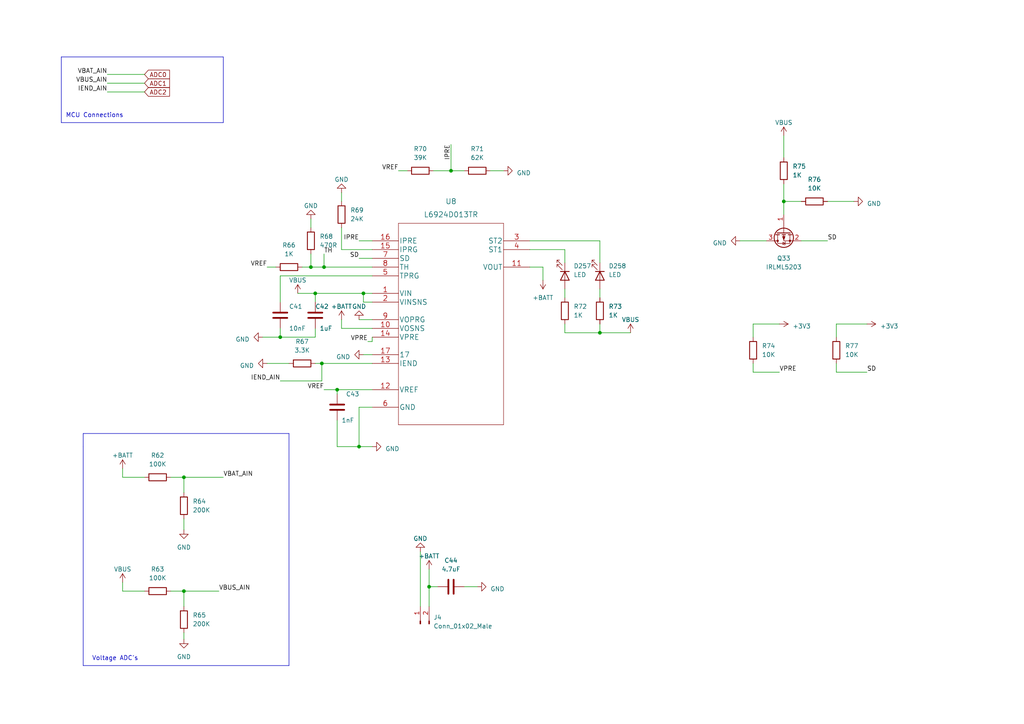
<source format=kicad_sch>
(kicad_sch (version 20230121) (generator eeschema)
  (paper "A4")
  (title_block (title "Battery Charger Schematic") (date "2023-07-05") (rev "v1.1") (company "None") (comment 1 "Author : Turgay Hopal"))
  (lib_symbols
    (symbol "Connector:Conn_01x02_Male" (pin_names (offset 1.016) hide)
      (property "Reference" "J" (at 0 2.54 0))
      (property "Value" "Conn_01x02_Male" (at 0 -5.08 0))
      (symbol "Conn_01x02_Male_1_1"
        (polyline (pts (xy 1.27 -2.54) (xy 0.8636 -2.54)) (stroke (width 0.1524)))
        (polyline (pts (xy 1.27 0) (xy 0.8636 0)) (stroke (width 0.1524)))
        (rectangle (start 0.8636 -2.413) (end 0 -2.667) (stroke (width 0.1524)) (fill (type outline)))
        (rectangle (start 0.8636 0.127) (end 0 -0.127) (stroke (width 0.1524)) (fill (type outline)))
        (pin passive line (at 5.08 0 180) (length 3.81) (name "Pin_1") (number "1"))
        (pin passive line (at 5.08 -2.54 180) (length 3.81) (name "Pin_2") (number "2"))
      )
    )
    (symbol "Device:C" (pin_numbers hide) (pin_names (offset 0.254))
      (property "Reference" "C" (at 0.635 2.54 0))
      (property "Value" "C" (at 0.635 -2.54 0))
      (symbol "C_0_1"
        (polyline (pts (xy -2.032 -0.762) (xy 2.032 -0.762)) (stroke (width 0.508)))
        (polyline (pts (xy -2.032 0.762) (xy 2.032 0.762)) (stroke (width 0.508)))
      )
      (symbol "C_1_1"
        (pin passive line (at 0 3.81 270) (length 2.794) (name "~") (number "1"))
        (pin passive line (at 0 -3.81 90) (length 2.794) (name "~") (number "2"))
      )
    )
    (symbol "Device:LED" (pin_numbers hide) (pin_names (offset 1.016) hide)
      (property "Reference" "D" (at 0 2.54 0))
      (property "Value" "LED" (at 0 -2.54 0))
      (symbol "LED_0_1"
        (polyline (pts (xy -1.27 -1.27) (xy -1.27 1.27)) (stroke (width 0.254)))
        (polyline (pts (xy -1.27 0) (xy 1.27 0)))
        (polyline (pts (xy 1.27 -1.27) (xy 1.27 1.27) (xy -1.27 0) (xy 1.27 -1.27)) (stroke (width 0.254)))
        (polyline (pts (xy -3.048 -0.762) (xy -4.572 -2.286) (xy -3.81 -2.286) (xy -4.572 -2.286) (xy -4.572 -1.524)))
        (polyline (pts (xy -1.778 -0.762) (xy -3.302 -2.286) (xy -2.54 -2.286) (xy -3.302 -2.286) (xy -3.302 -1.524)))
      )
      (symbol "LED_1_1"
        (pin passive line (at -3.81 0 0) (length 2.54) (name "K") (number "1"))
        (pin passive line (at 3.81 0 180) (length 2.54) (name "A") (number "2"))
      )
    )
    (symbol "Device:R" (pin_numbers hide) (pin_names (offset 0))
      (property "Reference" "R" (at 2.032 0 90))
      (property "Value" "R" (at 0 0 90))
      (symbol "R_0_1"
        (rectangle (start -1.016 -2.54) (end 1.016 2.54) (stroke (width 0.254)))
      )
      (symbol "R_1_1"
        (pin passive line (at 0 3.81 270) (length 1.27) (name "~") (number "1"))
        (pin passive line (at 0 -3.81 90) (length 1.27) (name "~") (number "2"))
      )
    )
    (symbol "L6924D013TR:L6924D013TR" (pin_names (offset 0.254))
      (property "Reference" "U" (at 22.86 10.16 0))
      (property "Value" "L6924D013TR" (at 22.86 7.62 0))
      (symbol "L6924D013TR_1_1"
        (polyline (pts (xy 7.62 -53.34) (xy 38.1 -53.34)) (stroke (width 0.127)))
        (polyline (pts (xy 7.62 5.08) (xy 7.62 -53.34)) (stroke (width 0.127)))
        (polyline (pts (xy 38.1 -53.34) (xy 38.1 5.08)) (stroke (width 0.127)))
        (polyline (pts (xy 38.1 5.08) (xy 7.62 5.08)) (stroke (width 0.127)))
        (pin input line (at 0 -15.24 0) (length 7.62) (name "VIN") (number "1"))
        (pin input line (at 0 -25.4 0) (length 7.62) (name "VOSNS") (number "10"))
        (pin output line (at 45.72 -7.62 180) (length 7.62) (name "VOUT") (number "11"))
        (pin output line (at 0 -43.18 0) (length 7.62) (name "VREF") (number "12"))
        (pin bidirectional line (at 0 -35.56 0) (length 7.62) (name "IEND") (number "13"))
        (pin input line (at 0 -27.94 0) (length 7.62) (name "VPRE") (number "14"))
        (pin input line (at 0 -2.54 0) (length 7.62) (name "IPRG") (number "15"))
        (pin input line (at 0 0 0) (length 7.62) (name "IPRE") (number "16"))
        (pin unspecified line (at 0 -33.02 0) (length 7.62) (name "17") (number "17"))
        (pin input line (at 0 -17.78 0) (length 7.62) (name "VINSNS") (number "2"))
        (pin output line (at 45.72 0 180) (length 7.62) (name "ST2") (number "3"))
        (pin output line (at 45.72 -2.54 180) (length 7.62) (name "ST1") (number "4"))
        (pin input line (at 0 -10.16 0) (length 7.62) (name "TPRG") (number "5"))
        (pin power_in line (at 0 -48.26 0) (length 7.62) (name "GND") (number "6"))
        (pin input line (at 0 -5.08 0) (length 7.62) (name "SD") (number "7"))
        (pin input line (at 0 -7.62 0) (length 7.62) (name "TH") (number "8"))
        (pin input line (at 0 -22.86 0) (length 7.62) (name "VOPRG") (number "9"))
      )
    )
    (symbol "Transistor_FET:IRLML5203" (pin_names hide)
      (property "Reference" "Q" (at 5.08 1.905 0))
      (property "Value" "IRLML5203" (at 5.08 0 0))
      (symbol "IRLML5203_0_1"
        (polyline (pts (xy 0.254 0) (xy -2.54 0)))
        (polyline (pts (xy 0.254 1.905) (xy 0.254 -1.905)) (stroke (width 0.254)))
        (polyline (pts (xy 0.762 -1.27) (xy 0.762 -2.286)) (stroke (width 0.254)))
        (polyline (pts (xy 0.762 0.508) (xy 0.762 -0.508)) (stroke (width 0.254)))
        (polyline (pts (xy 0.762 2.286) (xy 0.762 1.27)) (stroke (width 0.254)))
        (polyline (pts (xy 2.54 2.54) (xy 2.54 1.778)))
        (polyline (pts (xy 2.54 -2.54) (xy 2.54 0) (xy 0.762 0)))
        (polyline (pts (xy 0.762 1.778) (xy 3.302 1.778) (xy 3.302 -1.778) (xy 0.762 -1.778)))
        (polyline (pts (xy 2.286 0) (xy 1.27 0.381) (xy 1.27 -0.381) (xy 2.286 0)) (fill (type outline)))
        (polyline (pts (xy 2.794 -0.508) (xy 2.921 -0.381) (xy 3.683 -0.381) (xy 3.81 -0.254)))
        (polyline (pts (xy 3.302 -0.381) (xy 2.921 0.254) (xy 3.683 0.254) (xy 3.302 -0.381)))
        (circle (center 1.651 0) (radius 2.794) (stroke (width 0.254)))
        (circle (center 2.54 -1.778) (radius 0.254) (fill (type outline)))
        (circle (center 2.54 1.778) (radius 0.254) (fill (type outline)))
      )
      (symbol "IRLML5203_1_1"
        (pin input line (at -5.08 0 0) (length 2.54) (name "G") (number "1"))
        (pin passive line (at 2.54 -5.08 90) (length 2.54) (name "S") (number "2"))
        (pin passive line (at 2.54 5.08 270) (length 2.54) (name "D") (number "3"))
      )
    )
    (symbol "power:+3V3" (power) (pin_names (offset 0))
      (property "Value" "+3V3" (at 0 3.556 0))
      (symbol "+3V3_0_1"
        (polyline (pts (xy -0.762 1.27) (xy 0 2.54)))
        (polyline (pts (xy 0 0) (xy 0 2.54)))
        (polyline (pts (xy 0 2.54) (xy 0.762 1.27)))
      )
      (symbol "+3V3_1_1"
        (pin power_in line (at 0 0 90) (length 0) hide (name "+3V3") (number "1"))
      )
    )
    (symbol "power:+BATT" (power) (pin_names (offset 0))
      (property "Value" "+BATT" (at 0 3.556 0))
      (symbol "+BATT_0_1"
        (polyline (pts (xy -0.762 1.27) (xy 0 2.54)))
        (polyline (pts (xy 0 0) (xy 0 2.54)))
        (polyline (pts (xy 0 2.54) (xy 0.762 1.27)))
      )
      (symbol "+BATT_1_1"
        (pin power_in line (at 0 0 90) (length 0) hide (name "+BATT") (number "1"))
      )
    )
    (symbol "power:GND" (power) (pin_names (offset 0))
      (property "Value" "GND" (at 0 -3.81 0))
      (symbol "GND_0_1"
        (polyline (pts (xy 0 0) (xy 0 -1.27) (xy 1.27 -1.27) (xy 0 -2.54) (xy -1.27 -1.27) (xy 0 -1.27)))
      )
      (symbol "GND_1_1"
        (pin power_in line (at 0 0 270) (length 0) hide (name "GND") (number "1"))
      )
    )
    (symbol "power:VBUS" (power) (pin_names (offset 0))
      (property "Value" "VBUS" (at 0 3.81 0))
      (symbol "VBUS_0_1"
        (polyline (pts (xy -0.762 1.27) (xy 0 2.54)))
        (polyline (pts (xy 0 0) (xy 0 2.54)))
        (polyline (pts (xy 0 2.54) (xy 0.762 1.27)))
      )
      (symbol "VBUS_1_1"
        (pin power_in line (at 0 0 90) (length 0) hide (name "VBUS") (number "1"))
      )
    )
  )
  (junction (at 105.41 85.09))
  (junction (at 130.81 49.53))
  (junction (at 90.17 77.47))
  (junction (at 91.44 85.09))
  (junction (at 104.14 129.54))
  (junction (at 53.34 171.45))
  (junction (at 227.33 58.42))
  (junction (at 81.28 97.79))
  (junction (at 124.46 170.18))
  (junction (at 173.99 96.52))
  (junction (at 93.345 105.41))
  (junction (at 53.34 138.43))
  (junction (at 97.79 113.03))
  (junction (at 93.98 77.47))
  (wire (pts (xy 142.24 49.53) (xy 146.05 49.53)))
  (wire (pts (xy 107.95 72.39) (xy 99.06 72.39)))
  (wire (pts (xy 227.33 58.42) (xy 227.33 62.23)))
  (wire (pts (xy 242.57 93.98) (xy 251.46 93.98)))
  (wire (pts (xy 49.53 138.43) (xy 53.34 138.43)))
  (wire (pts (xy 77.47 105.41) (xy 83.82 105.41)))
  (wire (pts (xy 90.17 63.5) (xy 90.17 66.04)))
  (wire (pts (xy 134.62 170.18) (xy 138.43 170.18)))
  (wire (pts (xy 35.56 168.91) (xy 35.56 171.45)))
  (wire (pts (xy 104.14 74.93) (xy 107.95 74.93)))
  (polyline (pts (xy 17.78 35.56) (xy 64.77 35.56)))
  (wire (pts (xy 93.98 113.03) (xy 97.79 113.03)))
  (wire (pts (xy 99.06 72.39) (xy 99.06 66.04)))
  (wire (pts (xy 93.345 105.41) (xy 107.95 105.41)))
  (wire (pts (xy 163.83 93.98) (xy 163.83 96.52)))
  (polyline (pts (xy 83.82 193.04) (xy 83.82 125.73)))
  (wire (pts (xy 104.14 129.54) (xy 107.95 129.54)))
  (wire (pts (xy 214.63 69.85) (xy 222.25 69.85)))
  (wire (pts (xy 240.03 58.42) (xy 247.65 58.42)))
  (wire (pts (xy 153.67 72.39) (xy 163.83 72.39)))
  (wire (pts (xy 107.95 87.63) (xy 105.41 87.63)))
  (wire (pts (xy 242.57 107.95) (xy 251.46 107.95)))
  (polyline (pts (xy 17.78 16.51) (xy 64.77 16.51)))
  (wire (pts (xy 218.44 97.79) (xy 218.44 93.98)))
  (wire (pts (xy 104.14 118.11) (xy 104.14 129.54)))
  (wire (pts (xy 227.33 53.34) (xy 227.33 58.42)))
  (wire (pts (xy 130.81 41.91) (xy 130.81 49.53)))
  (wire (pts (xy 105.41 102.87) (xy 107.95 102.87)))
  (wire (pts (xy 53.34 138.43) (xy 53.34 142.875)))
  (wire (pts (xy 99.06 92.71) (xy 99.06 95.25)))
  (wire (pts (xy 173.99 83.82) (xy 173.99 86.36)))
  (wire (pts (xy 218.44 105.41) (xy 218.44 107.95)))
  (wire (pts (xy 87.63 77.47) (xy 90.17 77.47)))
  (wire (pts (xy 105.41 85.09) (xy 107.95 85.09)))
  (wire (pts (xy 53.34 138.43) (xy 64.77 138.43)))
  (wire (pts (xy 115.57 49.53) (xy 118.11 49.53)))
  (wire (pts (xy 93.345 110.49) (xy 81.28 110.49)))
  (wire (pts (xy 35.56 138.43) (xy 41.91 138.43)))
  (wire (pts (xy 242.57 105.41) (xy 242.57 107.95)))
  (wire (pts (xy 91.44 85.09) (xy 105.41 85.09)))
  (wire (pts (xy 163.83 83.82) (xy 163.83 86.36)))
  (wire (pts (xy 99.06 95.25) (xy 107.95 95.25)))
  (wire (pts (xy 81.28 95.25) (xy 81.28 97.79)))
  (wire (pts (xy 93.345 105.41) (xy 93.345 110.49)))
  (wire (pts (xy 218.44 107.95) (xy 226.06 107.95)))
  (wire (pts (xy 91.44 95.25) (xy 91.44 97.79)))
  (wire (pts (xy 104.14 92.71) (xy 107.95 92.71)))
  (wire (pts (xy 232.41 69.85) (xy 240.03 69.85)))
  (wire (pts (xy 35.56 135.89) (xy 35.56 138.43)))
  (wire (pts (xy 81.28 80.01) (xy 107.95 80.01)))
  (wire (pts (xy 104.14 69.85) (xy 107.95 69.85)))
  (polyline (pts (xy 17.78 16.51) (xy 17.78 35.56)))
  (wire (pts (xy 81.28 97.79) (xy 91.44 97.79)))
  (wire (pts (xy 49.53 171.45) (xy 53.34 171.45)))
  (wire (pts (xy 31.115 24.13) (xy 41.91 24.13)))
  (polyline (pts (xy 64.77 35.56) (xy 64.77 16.51)))
  (wire (pts (xy 90.17 73.66) (xy 90.17 77.47)))
  (wire (pts (xy 97.79 121.92) (xy 97.79 129.54)))
  (wire (pts (xy 99.06 55.88) (xy 99.06 58.42)))
  (wire (pts (xy 107.95 97.79) (xy 107.95 99.06)))
  (wire (pts (xy 53.34 183.515) (xy 53.34 185.42)))
  (polyline (pts (xy 83.82 125.73) (xy 24.13 125.73)))
  (wire (pts (xy 124.46 165.1) (xy 124.46 170.18)))
  (wire (pts (xy 97.79 129.54) (xy 104.14 129.54)))
  (wire (pts (xy 93.98 77.47) (xy 107.95 77.47)))
  (polyline (pts (xy 24.13 129.54) (xy 24.13 193.04)))
  (wire (pts (xy 153.67 69.85) (xy 173.99 69.85)))
  (wire (pts (xy 242.57 97.79) (xy 242.57 93.98)))
  (wire (pts (xy 125.73 49.53) (xy 130.81 49.53)))
  (wire (pts (xy 76.2 97.79) (xy 81.28 97.79)))
  (wire (pts (xy 227.33 39.37) (xy 227.33 45.72)))
  (wire (pts (xy 81.28 87.63) (xy 81.28 80.01)))
  (wire (pts (xy 173.99 69.85) (xy 173.99 76.2)))
  (wire (pts (xy 130.81 49.53) (xy 134.62 49.53)))
  (wire (pts (xy 121.92 160.02) (xy 121.92 175.895)))
  (wire (pts (xy 173.99 96.52) (xy 182.88 96.52)))
  (wire (pts (xy 163.83 72.39) (xy 163.83 76.2)))
  (wire (pts (xy 105.41 85.09) (xy 105.41 87.63)))
  (polyline (pts (xy 24.13 125.73) (xy 24.13 129.54)))
  (wire (pts (xy 77.47 77.47) (xy 80.01 77.47)))
  (wire (pts (xy 106.68 99.06) (xy 107.95 99.06)))
  (wire (pts (xy 107.95 113.03) (xy 97.79 113.03)))
  (wire (pts (xy 124.46 170.18) (xy 124.46 175.895)))
  (wire (pts (xy 93.98 73.66) (xy 93.98 77.47)))
  (wire (pts (xy 91.44 87.63) (xy 91.44 85.09)))
  (wire (pts (xy 91.44 105.41) (xy 93.345 105.41)))
  (wire (pts (xy 173.99 96.52) (xy 173.99 93.98)))
  (wire (pts (xy 157.48 77.47) (xy 157.48 81.28)))
  (wire (pts (xy 53.34 150.495) (xy 53.34 153.67)))
  (wire (pts (xy 35.56 171.45) (xy 41.91 171.45)))
  (wire (pts (xy 227.33 58.42) (xy 232.41 58.42)))
  (wire (pts (xy 86.36 85.09) (xy 91.44 85.09)))
  (wire (pts (xy 107.95 118.11) (xy 104.14 118.11)))
  (wire (pts (xy 31.115 21.59) (xy 41.91 21.59)))
  (wire (pts (xy 124.46 170.18) (xy 127 170.18)))
  (polyline (pts (xy 24.13 193.04) (xy 83.82 193.04)))
  (wire (pts (xy 53.34 171.45) (xy 53.34 175.895)))
  (wire (pts (xy 163.83 96.52) (xy 173.99 96.52)))
  (wire (pts (xy 31.115 26.67) (xy 41.91 26.67)))
  (wire (pts (xy 218.44 93.98) (xy 226.06 93.98)))
  (wire (pts (xy 53.34 171.45) (xy 63.5 171.45)))
  (wire (pts (xy 97.79 113.03) (xy 97.79 114.3)))
  (wire (pts (xy 90.17 77.47) (xy 93.98 77.47)))
  (wire (pts (xy 153.67 77.47) (xy 157.48 77.47)))
  (text "Voltage ADC's" (at 26.67 191.77 0) (effects (font (size 1.27 1.27)) (justify left bottom)))
  (text "MCU Connections" (at 19.05 34.29 0) (effects (font (size 1.27 1.27)) (justify left bottom)))
  (label "VREF" (at 93.98 113.03 180))
  (label "VREF" (at 77.47 77.47 180))
  (label "VPRE" (at 226.06 107.95 0))
  (label "IEND_AIN" (at 31.115 26.67 180))
  (label "IPRE" (at 104.14 69.85 180))
  (label "VBUS_AIN" (at 31.115 24.13 180))
  (label "VBUS_AIN" (at 63.5 171.45 0))
  (label "IPRE" (at 130.81 41.91 270))
  (label "VBAT_AIN" (at 31.115 21.59 180))
  (label "VREF" (at 115.57 49.53 180))
  (label "SD" (at 104.14 74.93 180))
  (label "SD" (at 240.03 69.85 0))
  (label "IEND_AIN" (at 81.28 110.49 180))
  (label "SD" (at 251.46 107.95 0))
  (label "VBAT_AIN" (at 64.77 138.43 0))
  (label "TH" (at 93.98 73.66 0))
  (label "VPRE" (at 106.68 99.06 180))
  (global_label "ADC2" (shape input) (at 41.91 26.67 0) (property "Intersheetrefs" "${INTERSHEET_REFS}" (effects hide)))
  (global_label "ADC0" (shape input) (at 41.91 21.59 0) (property "Intersheetrefs" "${INTERSHEET_REFS}" (effects hide)))
  (global_label "ADC1" (shape input) (at 41.91 24.13 0) (property "Intersheetrefs" "${INTERSHEET_REFS}" (effects hide)))
  (symbol (lib_id "power:+3V3") (at 226.06 93.98 270) (unit 1)
    (property "Reference" "#PWR0118" (effects hide))
    (property "Value" "+3V3" (at 229.87 94.615 90) (effects (justify left)))
  )
  (symbol (lib_id "power:VBUS") (at 227.33 39.37 0) (unit 1)
    (property "Reference" "#PWR0119" (effects hide))
    (property "Value" "VBUS" (at 227.33 35.56 0))
  )
  (symbol (lib_id "Device:R") (at 90.17 69.85 180) (unit 1)
    (property "Reference" "R68" (at 92.71 68.5799 0) (effects (justify right)))
    (property "Value" "470R" (at 92.71 71.1199 0) (effects (justify right)))
    (property "Footprint" "Resistor_SMD:R_0603_1608Metric" (effects hide))
  )
  (symbol (lib_id "power:GND") (at 99.06 55.88 180) (unit 1)
    (property "Reference" "#PWR0106" (effects hide))
    (property "Value" "GND" (at 99.06 52.07 0))
  )
  (symbol (lib_id "Device:C") (at 97.79 118.11 0) (unit 1)
    (property "Reference" "C43" (at 100.33 114.3 0) (effects (justify left)))
    (property "Value" "1nF" (at 99.06 121.92 0) (effects (justify left)))
    (property "Footprint" "Capacitor_SMD:C_0603_1608Metric" (effects hide))
  )
  (symbol (lib_id "Device:LED") (at 163.83 80.01 270) (unit 1)
    (property "Reference" "D257" (at 166.37 77.1524 90) (effects (justify left)))
    (property "Value" "LED" (at 166.37 79.6924 90) (effects (justify left)))
    (property "Footprint" "LED_SMD:LED_0603_1608Metric" (effects hide))
  )
  (symbol (lib_id "power:+BATT") (at 99.06 92.71 0) (unit 1)
    (property "Reference" "#PWR0107" (effects hide))
    (property "Value" "+BATT" (at 99.06 88.9 0))
  )
  (symbol (lib_id "power:+BATT") (at 35.56 135.89 0) (unit 1)
    (property "Reference" "#PWR098" (effects hide))
    (property "Value" "+BATT" (at 35.56 132.08 0))
  )
  (symbol (lib_id "Device:LED") (at 173.99 80.01 270) (unit 1)
    (property "Reference" "D258" (at 176.53 77.1524 90) (effects (justify left)))
    (property "Value" "LED" (at 176.53 79.6924 90) (effects (justify left)))
    (property "Footprint" "LED_SMD:LED_0603_1608Metric" (effects hide))
  )
  (symbol (lib_id "power:GND") (at 90.17 63.5 180) (unit 1)
    (property "Reference" "#PWR0105" (effects hide))
    (property "Value" "GND" (at 90.17 59.69 0))
  )
  (symbol (lib_id "L6924D013TR:L6924D013TR") (at 107.95 69.85 0) (unit 1)
    (property "Reference" "U8" (at 130.81 58.42 0) (effects (font (size 1.524 1.524))))
    (property "Value" "L6924D013TR" (at 130.81 62.23 0) (effects (font (size 1.524 1.524))))
    (property "Footprint" "Footprints:L6924D013TR" (effects hide))
  )
  (symbol (lib_id "power:GND") (at 107.95 129.54 90) (unit 1)
    (property "Reference" "#PWR0110" (effects hide))
    (property "Value" "GND" (at 111.76 130.175 90) (effects (justify right)))
  )
  (symbol (lib_id "power:VBUS") (at 182.88 96.52 0) (unit 1)
    (property "Reference" "#PWR0116" (effects hide))
    (property "Value" "VBUS" (at 182.88 92.71 0))
  )
  (symbol (lib_id "power:GND") (at 146.05 49.53 90) (unit 1)
    (property "Reference" "#PWR0114" (effects hide))
    (property "Value" "GND" (at 149.86 50.165 90) (effects (justify right)))
  )
  (symbol (lib_id "Device:R") (at 87.63 105.41 270) (unit 1)
    (property "Reference" "R67" (at 87.63 99.06 90))
    (property "Value" "3.3K" (at 87.63 101.6 90))
    (property "Footprint" "Resistor_SMD:R_0603_1608Metric" (effects hide))
  )
  (symbol (lib_id "Device:R") (at 218.44 101.6 0) (unit 1)
    (property "Reference" "R74" (at 220.98 100.3299 0) (effects (justify left)))
    (property "Value" "10K" (at 220.98 102.8699 0) (effects (justify left)))
    (property "Footprint" "Resistor_SMD:R_0603_1608Metric" (effects hide))
  )
  (symbol (lib_id "power:GND") (at 53.34 153.67 0) (unit 1)
    (property "Reference" "#PWR0100" (effects hide))
    (property "Value" "GND" (at 53.34 158.75 0))
  )
  (symbol (lib_id "Device:R") (at 83.82 77.47 270) (unit 1)
    (property "Reference" "R66" (at 83.82 71.12 90))
    (property "Value" "1K" (at 83.82 73.66 90))
    (property "Footprint" "Resistor_SMD:R_0603_1608Metric" (effects hide))
  )
  (symbol (lib_id "Device:C") (at 91.44 91.44 0) (unit 1)
    (property "Reference" "C42" (at 91.44 88.9 0) (effects (justify left)))
    (property "Value" "1uF" (at 92.71 95.25 0) (effects (justify left)))
    (property "Footprint" "Capacitor_SMD:C_0603_1608Metric" (effects hide))
  )
  (symbol (lib_id "power:GND") (at 76.2 97.79 270) (unit 1)
    (property "Reference" "#PWR0102" (effects hide))
    (property "Value" "GND" (at 72.39 98.425 90) (effects (justify right)))
  )
  (symbol (lib_id "Device:R") (at 242.57 101.6 0) (unit 1)
    (property "Reference" "R77" (at 245.11 100.3299 0) (effects (justify left)))
    (property "Value" "10K" (at 245.11 102.8699 0) (effects (justify left)))
    (property "Footprint" "Resistor_SMD:R_0603_1608Metric" (effects hide))
  )
  (symbol (lib_id "Device:C") (at 130.81 170.18 90) (unit 1)
    (property "Reference" "C44" (at 130.81 162.56 90))
    (property "Value" "4.7uF" (at 130.81 165.1 90))
    (property "Footprint" "Capacitor_SMD:C_0603_1608Metric" (effects hide))
  )
  (symbol (lib_id "power:+BATT") (at 124.46 165.1 0) (unit 1)
    (property "Reference" "#PWR0112" (effects hide))
    (property "Value" "+BATT" (at 124.46 161.29 0))
  )
  (symbol (lib_id "Device:R") (at 99.06 62.23 180) (unit 1)
    (property "Reference" "R69" (at 101.6 60.9599 0) (effects (justify right)))
    (property "Value" "24K" (at 101.6 63.4999 0) (effects (justify right)))
    (property "Footprint" "Resistor_SMD:R_0603_1608Metric" (effects hide))
  )
  (symbol (lib_id "Device:R") (at 138.43 49.53 90) (unit 1)
    (property "Reference" "R71" (at 138.43 43.18 90))
    (property "Value" "62K" (at 138.43 45.72 90))
    (property "Footprint" "Resistor_SMD:R_0603_1608Metric" (effects hide))
  )
  (symbol (lib_id "power:VBUS") (at 35.56 168.91 0) (unit 1)
    (property "Reference" "#PWR099" (effects hide))
    (property "Value" "VBUS" (at 35.56 165.1 0))
  )
  (symbol (lib_id "Device:R") (at 121.92 49.53 90) (unit 1)
    (property "Reference" "R70" (at 121.92 43.18 90))
    (property "Value" "39K" (at 121.92 45.72 90))
    (property "Footprint" "Resistor_SMD:R_0603_1608Metric" (effects hide))
  )
  (symbol (lib_id "Transistor_FET:IRLML5203") (at 227.33 67.31 90) (mirror x) (unit 1)
    (property "Reference" "Q33" (at 227.33 74.93 90))
    (property "Value" "IRLML5203" (at 227.33 77.47 90))
    (property "Footprint" "Package_TO_SOT_SMD:SOT-23" (effects hide))
    (property "Datasheet" "https://www.infineon.com/dgdl/irlml5203pbf.pdf?fileId=5546d462533600a40153566868da261d" (effects hide))
  )
  (symbol (lib_id "power:+3V3") (at 251.46 93.98 270) (unit 1)
    (property "Reference" "#PWR0121" (effects hide))
    (property "Value" "+3V3" (at 255.27 94.615 90) (effects (justify left)))
  )
  (symbol (lib_id "Device:R") (at 45.72 138.43 90) (unit 1)
    (property "Reference" "R62" (at 45.72 132.08 90))
    (property "Value" "100K" (at 45.72 134.62 90))
    (property "Footprint" "Resistor_SMD:R_0603_1608Metric" (effects hide))
  )
  (symbol (lib_id "Device:R") (at 236.22 58.42 270) (unit 1)
    (property "Reference" "R76" (at 236.22 52.07 90))
    (property "Value" "10K" (at 236.22 54.61 90))
    (property "Footprint" "Resistor_SMD:R_0603_1608Metric" (effects hide))
  )
  (symbol (lib_id "power:GND") (at 214.63 69.85 270) (unit 1)
    (property "Reference" "#PWR0117" (effects hide))
    (property "Value" "GND" (at 210.82 70.485 90) (effects (justify right)))
  )
  (symbol (lib_id "Device:C") (at 81.28 91.44 0) (unit 1)
    (property "Reference" "C41" (at 83.82 88.9 0) (effects (justify left)))
    (property "Value" "10nF" (at 83.82 95.25 0) (effects (justify left)))
    (property "Footprint" "Capacitor_SMD:C_0603_1608Metric" (effects hide))
  )
  (symbol (lib_id "Device:R") (at 163.83 90.17 0) (unit 1)
    (property "Reference" "R72" (at 166.37 88.8999 0) (effects (justify left)))
    (property "Value" "1K" (at 166.37 91.4399 0) (effects (justify left)))
    (property "Footprint" "Resistor_SMD:R_0603_1608Metric" (effects hide))
  )
  (symbol (lib_id "power:GND") (at 247.65 58.42 90) (unit 1)
    (property "Reference" "#PWR0120" (effects hide))
    (property "Value" "GND" (at 251.46 59.055 90) (effects (justify right)))
  )
  (symbol (lib_id "power:GND") (at 138.43 170.18 90) (unit 1)
    (property "Reference" "#PWR0113" (effects hide))
    (property "Value" "GND" (at 142.24 170.815 90) (effects (justify right)))
  )
  (symbol (lib_id "power:GND") (at 77.47 105.41 270) (unit 1)
    (property "Reference" "#PWR0103" (effects hide))
    (property "Value" "GND" (at 73.66 106.045 90) (effects (justify right)))
  )
  (symbol (lib_id "power:GND") (at 53.34 185.42 0) (unit 1)
    (property "Reference" "#PWR0101" (effects hide))
    (property "Value" "GND" (at 53.34 190.5 0))
  )
  (symbol (lib_id "Device:R") (at 53.34 179.705 0) (unit 1)
    (property "Reference" "R65" (at 55.88 178.4349 0) (effects (justify left)))
    (property "Value" "200K" (at 55.88 180.9749 0) (effects (justify left)))
    (property "Footprint" "Resistor_SMD:R_0603_1608Metric" (effects hide))
  )
  (symbol (lib_id "power:+BATT") (at 157.48 81.28 180) (unit 1)
    (property "Reference" "#PWR0115" (effects hide))
    (property "Value" "+BATT" (at 157.48 86.36 0))
  )
  (symbol (lib_id "Device:R") (at 45.72 171.45 270) (unit 1)
    (property "Reference" "R63" (at 45.72 165.1 90))
    (property "Value" "100K" (at 45.72 167.64 90))
    (property "Footprint" "Resistor_SMD:R_0603_1608Metric" (effects hide))
  )
  (symbol (lib_id "power:VBUS") (at 86.36 85.09 0) (unit 1)
    (property "Reference" "#PWR0104" (effects hide))
    (property "Value" "VBUS" (at 86.36 81.28 0))
  )
  (symbol (lib_id "Device:R") (at 227.33 49.53 180) (unit 1)
    (property "Reference" "R75" (at 229.87 48.2599 0) (effects (justify right)))
    (property "Value" "1K" (at 229.87 50.7999 0) (effects (justify right)))
    (property "Footprint" "Resistor_SMD:R_0603_1608Metric" (effects hide))
  )
  (symbol (lib_id "Connector:Conn_01x02_Male") (at 121.92 180.975 90) (unit 1)
    (property "Reference" "J4" (at 125.73 179.0699 90) (effects (justify right)))
    (property "Value" "Conn_01x02_Male" (at 125.73 181.6099 90) (effects (justify right)))
    (property "Footprint" "Connector_PinHeader_2.54mm:PinHeader_1x02_P2.54mm_Vertical" (effects hide))
  )
  (symbol (lib_id "Device:R") (at 173.99 90.17 0) (unit 1)
    (property "Reference" "R73" (at 176.53 88.8999 0) (effects (justify left)))
    (property "Value" "1K" (at 176.53 91.4399 0) (effects (justify left)))
    (property "Footprint" "Resistor_SMD:R_0603_1608Metric" (effects hide))
  )
  (symbol (lib_id "power:GND") (at 105.41 102.87 270) (unit 1)
    (property "Reference" "#PWR0109" (effects hide))
    (property "Value" "GND" (at 101.6 103.505 90) (effects (justify right)))
  )
  (symbol (lib_id "Device:R") (at 53.34 146.685 180) (unit 1)
    (property "Reference" "R64" (at 55.88 145.4149 0) (effects (justify right)))
    (property "Value" "200K" (at 55.88 147.9549 0) (effects (justify right)))
    (property "Footprint" "Resistor_SMD:R_0603_1608Metric" (effects hide))
  )
  (symbol (lib_id "power:GND") (at 104.14 92.71 180) (unit 1)
    (property "Reference" "#PWR0108" (effects hide))
    (property "Value" "GND" (at 104.14 88.9 0))
  )
  (symbol (lib_id "power:GND") (at 121.92 160.02 180) (unit 1)
    (property "Reference" "#PWR0111" (effects hide))
    (property "Value" "GND" (at 121.92 156.21 0))
  )
)
</source>
